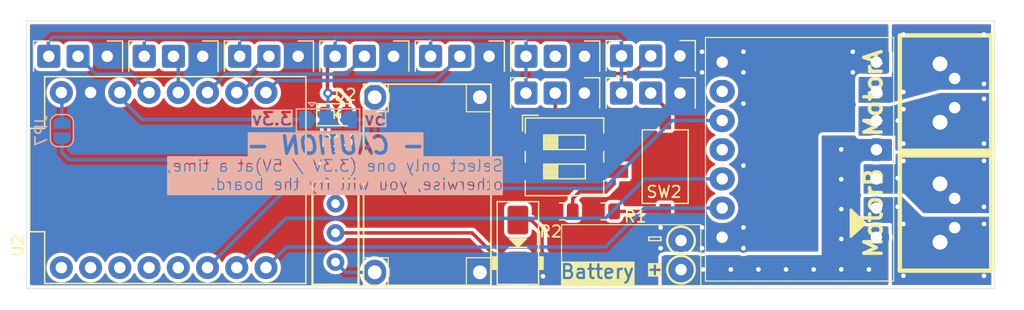
<source format=kicad_pcb>
(kicad_pcb (version 20240108) (generator "pcbnew") (generator_version "8.0")
  (layers (0 "F.Cu" signal) (31 "B.Cu" signal) (34 "B.Paste" user) (35 "F.Paste" user) (36 "B.SilkS" user "B.Silkscreen") (37 "F.SilkS" user "F.Silkscreen") (38 "B.Mask" user) (39 "F.Mask" user) (44 "Edge.Cuts" user))
  (net 0 "")
  (net 1 "/VM")
  (net 2 "GND")
  (net 3 "+5V")
  (net 4 "/OUT_A1")
  (net 5 "/OUT_A2")
  (net 6 "/OUT_B1")
  (net 7 "/OUT_B2")
  (net 8 "/Pin0")
  (net 9 "/Pin2")
  (net 10 "/Pin3")
  (net 11 "/Pin4")
  (net 12 "/Pin5")
  (net 13 "/IN_B2")
  (net 14 "/IN_A1")
  (net 15 "/IN_B1")
  (net 16 "/IN_A2")
  (net 17 "/Pin8")
  (net 18 "/Pin7")
  (net 19 "/Pin6")
  (net 20 "Net-(U3-IN)")
  (net 21 "Net-(D1-K)")
  (net 22 "Net-(JP7-A)")
  (net 23 "Net-(D2-K)")
  (net 24 "/Vcc")
  (net 25 "+3.3V")
  (net 26 "Net-(R1-Pad1)")
  (net 27 "Net-(R2-Pad2)")
  (net 28 "/Pin1")
  (footprint "MixLib:Bornera_2_duo" (layer "F.Cu") (at 187.68 96.54 -90)
    (property "Reference" "J4" (hide yes))
    (property "Value" "MotorB" (at 0 5.8 -90) (layer "F.SilkS") (effects (font (size 1.5 1.5) (thickness 0.3))))
    (fp_line (start -4.9835 3.4925) (end 5.0165 3.4925) (stroke (width 0.381)) (layer "F.SilkS"))
    (fp_line (start 5.0165 3.4925) (end 5.0165 -4.445) (stroke (width 0.381)) (layer "F.SilkS"))
    (fp_line (start -5.0165 -4.445) (end -5.0165 3.4925) (stroke (width 0.381)) (layer "F.SilkS"))
    (fp_line (start 5.0165 -4.445) (end -4.9835 -4.445) (stroke (width 0.381)) (layer "F.SilkS"))
    (pad "1" thru_hole circle (at -2.54 0 270) (size 3 3) (drill 1.3) (layers "*.Cu" "*.Mask") (net 5 "/OUT_A2"))
    (pad "1" thru_hole circle (at -1.27 -1.27 270) (size 1.75 1.75) (drill 1) (layers "*.Cu" "*.Mask") (net 5 "/OUT_A2"))
    (pad "2" thru_hole circle (at 1.27 -1.27 270) (size 1.75 1.75) (drill 1) (layers "*.Cu" "*.Mask") (net 4 "/OUT_A1"))
    (pad "2" thru_hole circle (at 2.54 0 270) (size 3 3) (drill 1.3) (layers "*.Cu" "*.Mask") (net 4 "/OUT_A1"))
  )
  (footprint "MixLib:PinHeader_1x03_P2.54-THT" (layer "F.Cu") (at 162.54 83.5625 180)
    (property "Reference" "J12" (hide yes))
    (property "Value" "Sensor1" (hide yes))
    (fp_line (start 3.87 2.03) (end 2.54 2.03) (stroke (width 0.12)) (layer "F.SilkS"))
    (fp_line (start 3.87 -0.6) (end 3.87 2.03) (stroke (width 0.12)) (layer "F.SilkS"))
    (fp_line (start -2.54 2.03) (end -3.87 2.03) (stroke (width 0.12)) (layer "F.SilkS"))
    (fp_line (start -3.87 2.03) (end -3.87 -0.6) (stroke (width 0.12)) (layer "F.SilkS"))
    (pad "1" thru_hole roundrect (at -2.54 0.7 180) (size 2 2) (drill 1) (layers "*.Cu" "*.Mask") (roundrect_rratio 0.125) (net 2 "GND"))
    (pad "2" thru_hole roundrect (at 0 0.7 180) (size 2 2) (drill 1) (layers "*.Cu" "*.Mask") (roundrect_rratio 0.125) (net 17 "/Pin8"))
    (pad "3" thru_hole roundrect (at 2.54 0.7 180) (size 2 2) (drill 1) (layers "*.Cu" "*.Mask") (roundrect_rratio 0.125) (net 24 "/Vcc"))
  )
  (footprint "MixLib:PinHeader_1x03_P2.54-THT" (layer "F.Cu") (at 137.659999 83.6 180)
    (property "Reference" "J6" (hide yes))
    (property "Value" "Sensor1" (hide yes))
    (fp_line (start 3.87 2.03) (end 2.54 2.03) (stroke (width 0.12)) (layer "F.SilkS"))
    (fp_line (start 3.87 -0.6) (end 3.87 2.03) (stroke (width 0.12)) (layer "F.SilkS"))
    (fp_line (start -2.54 2.03) (end -3.87 2.03) (stroke (width 0.12)) (layer "F.SilkS"))
    (fp_line (start -3.87 2.03) (end -3.87 -0.6) (stroke (width 0.12)) (layer "F.SilkS"))
    (pad "1" thru_hole roundrect (at -2.54 0.7 180) (size 2 2) (drill 1) (layers "*.Cu" "*.Mask") (roundrect_rratio 0.125) (net 2 "GND"))
    (pad "2" thru_hole roundrect (at 0 0.7 180) (size 2 2) (drill 1) (layers "*.Cu" "*.Mask") (roundrect_rratio 0.125) (net 28 "/Pin1"))
    (pad "3" thru_hole roundrect (at 2.54 0.7 180) (size 2 2) (drill 1) (layers "*.Cu" "*.Mask") (roundrect_rratio 0.125) (net 24 "/Vcc"))
  )
  (footprint "Button_Switch_SMD:SW_Tactile_SPST_NO_Straight_CK_PTS636Sx25SMTRLFS" (layer "F.Cu") (at 163.8 92.5 -90)
    (property "Reference" "SW2" (at 2.2 0.1 0) (layer "F.SilkS"))
    (property "Value" "SW_Push")
    (fp_line (start -3.2 2) (end 3.2 2) (stroke (width 0.12)) (layer "F.SilkS"))
    (fp_line (start 3.2 2) (end 3.2 0.8) (stroke (width 0.12)) (layer "F.SilkS"))
    (fp_line (start -3.2 0.8) (end -3.2 2) (stroke (width 0.12)) (layer "F.SilkS"))
    (fp_line (start 3.2 -0.8) (end 3.2 -2) (stroke (width 0.12)) (layer "F.SilkS"))
    (fp_line (start -3.2 -2) (end -3.2 -0.8) (stroke (width 0.12)) (layer "F.SilkS"))
    (fp_line (start 3.2 -2) (end -3.2 -2) (stroke (width 0.12)) (layer "F.SilkS"))
    (pad "1" smd rect (at -3.875 0 270) (size 1.25 1) (layers "F.Cu" "F.Paste" "F.Mask") (net 18 "/Pin7"))
    (pad "2" smd rect (at 3.875 0 270) (size 1.25 1) (layers "F.Cu" "F.Paste" "F.Mask") (net 26 "Net-(R1-Pad1)"))
  )
  (footprint "MixLib:PinHeader_1x03_P2.54-THT" (layer "F.Cu") (at 162.54 86.8 180)
    (property "Reference" "J11" (hide yes))
    (property "Value" "Sensor1" (hide yes))
    (fp_line (start 3.87 2.03) (end 2.54 2.03) (stroke (width 0.12)) (layer "F.SilkS"))
    (fp_line (start 3.87 -0.6) (end 3.87 2.03) (stroke (width 0.12)) (layer "F.SilkS"))
    (fp_line (start -2.54 2.03) (end -3.87 2.03) (stroke (width 0.12)) (layer "F.SilkS"))
    (fp_line (start -3.87 2.03) (end -3.87 -0.6) (stroke (width 0.12)) (layer "F.SilkS"))
    (pad "1" thru_hole roundrect (at -2.54 0.7 180) (size 2 2) (drill 1) (layers "*.Cu" "*.Mask") (roundrect_rratio 0.125) (net 2 "GND"))
    (pad "2" thru_hole roundrect (at 0 0.7 180) (size 2 2) (drill 1) (layers "*.Cu" "*.Mask") (roundrect_rratio 0.125) (net 18 "/Pin7"))
    (pad "3" thru_hole roundrect (at 2.54 0.7 180) (size 2 2) (drill 1) (layers "*.Cu" "*.Mask") (roundrect_rratio 0.125) (net 24 "/Vcc"))
  )
  (footprint "MixLib:PinHeader_1x03_P2.54-THT" (layer "F.Cu") (at 154.24 86.8 180)
    (property "Reference" "J3" (hide yes))
    (property "Value" "Sensor1" (hide yes))
    (fp_line (start 3.87 2.03) (end 2.54 2.03) (stroke (width 0.12)) (layer "F.SilkS"))
    (fp_line (start 3.87 -0.6) (end 3.87 2.03) (stroke (width 0.12)) (layer "F.SilkS"))
    (fp_line (start -2.54 2.03) (end -3.87 2.03) (stroke (width 0.12)) (layer "F.SilkS"))
    (fp_line (start -3.87 2.03) (end -3.87 -0.6) (stroke (width 0.12)) (layer "F.SilkS"))
    (pad "1" thru_hole roundrect (at -2.54 0.7 180) (size 2 2) (drill 1) (layers "*.Cu" "*.Mask") (roundrect_rratio 0.125) (net 2 "GND"))
    (pad "2" thru_hole roundrect (at 0 0.7 180) (size 2 2) (drill 1) (layers "*.Cu" "*.Mask") (roundrect_rratio 0.125) (net 19 "/Pin6"))
    (pad "3" thru_hole roundrect (at 2.54 0.7 180) (size 2 2) (drill 1) (layers "*.Cu" "*.Mask") (roundrect_rratio 0.125) (net 24 "/Vcc"))
  )
  (footprint "PCM_Diode_SMD_Handsoldering_AKL:D_SMA" (layer "F.Cu") (at 151 99.15 90)
    (property "Reference" "D1" (hide yes))
    (property "Value" "M7" (hide yes))
    (fp_line (start 3.6 -1.8) (end -3.6 -1.8) (stroke (width 0.12)) (layer "F.SilkS"))
    (fp_line (start -3.6 -1.8) (end -3.6 1.8) (stroke (width 0.12)) (layer "F.SilkS"))
    (fp_line (start -0.381 -0.762) (end -0.381 0.762) (stroke (width 0.12)) (layer "F.SilkS"))
    (fp_line (start 3.6 1.8) (end 3.6 -1.8) (stroke (width 0.12)) (layer "F.SilkS"))
    (fp_line (start -3.6 1.8) (end 3.6 1.8) (stroke (width 0.12)) (layer "F.SilkS"))
    (fp_poly (pts (xy 0.381 0.762) (xy -0.381 0) (xy 0.381 -0.762)) (stroke (width 0.1)) (fill solid) (layer "F.SilkS"))
    (fp_poly (pts (xy -1.2 -1.8) (xy -2.3 -1.8) (xy -2.3 -2.2) (xy -1.2 -2.2)) (stroke (width 0.1)) (fill solid) (layer "F.SilkS"))
    (fp_poly (pts (xy -1.2 2.2) (xy -2.3 2.2) (xy -2.3 1.8) (xy -1.2 1.8)) (stroke (width 0.1)) (fill solid) (layer "F.SilkS"))
    (pad "1" smd roundrect (at -2 0 90) (size 2.5 1.8) (layers "F.Cu" "F.Paste" "F.Mask") (roundrect_rratio 0.1388888889) (net 21 "Net-(D1-K)"))
    (pad "2" smd roundrect (at 2 0 90) (size 2.5 1.8) (layers "F.Cu" "F.Paste" "F.Mask") (roundrect_rratio 0.1388888889) (net 1 "/VM"))
  )
  (footprint "MixLib:MyPinHeader-01x02-vertical" (layer "F.Cu") (at 160.395 100.185 -90)
    (property "Reference" "J1" (hide yes))
    (property "Value" "TB_1X2" (hide yes))
    (fp_rect (start -2.63 -6.5) (end 2.67 5.6) (stroke (width 0.1)) (fill none) (layer "F.SilkS"))
    (fp_circle (center -1.26 -4.78) (end -0.06 -4.78) (stroke (width 0.2)) (fill none) (layer "F.SilkS"))
    (fp_circle (center 1.29 -4.78) (end 2.49 -4.78) (stroke (width 0.2)) (fill none) (layer "F.SilkS"))
    (pad "1" thru_hole circle (at -1.255 -4.78 270) (size 2 2) (drill 1) (layers "*.Cu" "*.Mask") (net 2 "GND"))
    (pad "2" thru_hole circle (at 1.285 -4.78 270) (size 2 2) (drill 1) (layers "*.Cu" "*.Mask") (net 1 "/VM"))
  )
  (footprint "MixLib:Mini360_step-down" (layer "F.Cu") (at 143.13 94.08 90)
    (property "Reference" "U3" (hide yes))
    (property "Value" "Mini360" (hide yes))
    (fp_line (start -8.75 -5.54) (end 8.75 -5.54) (stroke (width 0.15)) (layer "F.SilkS"))
    (fp_line (start -8.75 -5.54) (end -8.75 5.53) (stroke (width 0.15)) (layer "F.SilkS"))
    (fp_line (start 8.75 5.53) (end 8.75 -5.54) (stroke (width 0.15)) (layer "F.SilkS"))
    (fp_line (start 8.75 5.53) (end -8.75 5.53) (stroke (width 0.15)) (layer "F.SilkS"))
    (fp_rect (start 6.35 -5.54) (end 8.75 -3.4) (stroke (width 0.1)) (fill none) (layer "F.SilkS"))
    (fp_rect (start -8.75 -5.54) (end -6.35 -3.4) (stroke (width 0.1)) (fill none) (layer "F.SilkS"))
    (fp_rect (start 6.35 3.39) (end 8.75 5.53) (stroke (width 0.1)) (fill none) (layer "F.SilkS"))
    (fp_rect (start -8.75 3.39) (end -6.35 5.53) (stroke (width 0.1)) (fill none) (layer "F.SilkS"))
    (pad "1" thru_hole oval (at -7.62 -4.57 90) (size 2.2 2) (drill 1.2) (layers "*.Cu" "*.Mask") (net 20 "Net-(U3-IN)"))
    (pad "2" thru_hole oval (at -7.62 4.57 90) (size 2.2 2) (drill 1.2) (layers "*.Cu" "*.Mask") (net 2 "GND"))
    (pad "2" thru_hole oval (at 7.62 4.57 90) (size 2.2 2) (drill 1.2) (layers "*.Cu" "*.Mask") (net 2 "GND"))
    (pad "3" thru_hole oval (at 7.62 -4.57 90) (size 2.2 2) (drill 1.2) (layers "*.Cu" "*.Mask") (net 3 "+5V"))
  )
  (footprint "Resistor_SMD:R_0805_2012Metric" (layer "F.Cu") (at 154.85 96.4)
    (property "Reference" "R2" (at -1 1.75 0) (layer "F.SilkS"))
    (property "Value" "100")
    (fp_line (start -0.227064 -0.735) (end 0.227064 -0.735) (stroke (width 0.12)) (layer "F.SilkS"))
    (fp_line (start -0.227064 0.735) (end 0.227064 0.735) (stroke (width 0.12)) (layer "F.SilkS"))
    (pad "1" smd roundrect (at -0.9125 0) (size 1.025 1.4) (layers "F.Cu" "F.Paste" "F.Mask") (roundrect_rratio 0.243902) (net 2 "GND"))
    (pad "2" smd roundrect (at 0.9125 0) (size 1.025 1.4) (layers "F.Cu" "F.Paste" "F.Mask") (roundrect_rratio 0.243902) (net 27 "Net-(R2-Pad2)"))
  )
  (footprint "MixLib:PinHeader_1x03_P2.54-THT" (layer "F.Cu") (at 154.246665 83.6 180)
    (property "Reference" "J2" (hide yes))
    (property "Value" "Sensor1" (hide yes))
    (fp_line (start 3.87 2.03) (end 2.54 2.03) (stroke (width 0.12)) (layer "F.SilkS"))
    (fp_line (start 3.87 -0.6) (end 3.87 2.03) (stroke (width 0.12)) (layer "F.SilkS"))
    (fp_line (start -2.54 2.03) (end -3.87 2.03) (stroke (width 0.12)) (layer "F.SilkS"))
    (fp_line (start -3.87 2.03) (end -3.87 -0.6) (stroke (width 0.12)) (layer "F.SilkS"))
    (pad "1" thru_hole roundrect (at -2.54 0.7 180) (size 2 2) (drill 1) (layers "*.Cu" "*.Mask") (roundrect_rratio 0.125) (net 2 "GND"))
    (pad "2" thru_hole roundrect (at 0 0.7 180) (size 2 2) (drill 1) (layers "*.Cu" "*.Mask") (roundrect_rratio 0.125) (net 12 "/Pin5"))
    (pad "3" thru_hole roundrect (at 2.54 0.7 180) (size 2 2) (drill 1) (layers "*.Cu" "*.Mask") (roundrect_rratio 0.125) (net 24 "/Vcc"))
  )
  (footprint "MixLib:PinHeader_1x03_P2.54-THT" (layer "F.Cu") (at 129.366666 83.6 180)
    (property "Reference" "J7" (hide yes))
    (property "Value" "Sensor1" (hide yes))
    (fp_line (start 3.87 2.03) (end 2.54 2.03) (stroke (width 0.12)) (layer "F.SilkS"))
    (fp_line (start 3.87 -0.6) (end 3.87 2.03) (stroke (width 0.12)) (layer "F.SilkS"))
    (fp_line (start -2.54 2.03) (end -3.87 2.03) (stroke (width 0.12)) (layer "F.SilkS"))
    (fp_line (start -3.87 2.03) (end -3.87 -0.6) (stroke (width 0.12)) (layer "F.SilkS"))
    (pad "1" thru_hole roundrect (at -2.54 0.7 180) (size 2 2) (drill 1) (layers "*.Cu" "*.Mask") (roundrect_rratio 0.125) (net 2 "GND"))
    (pad "2" thru_hole roundrect (at 0 0.7 180) (size 2 2) (drill 1) (layers "*.Cu" "*.Mask") (roundrect_rratio 0.125) (net 9 "/Pin2"))
    (pad "3" thru_hole roundrect (at 2.54 0.7 180) (size 2 2) (drill 1) (layers "*.Cu" "*.Mask") (roundrect_rratio 0.125) (net 24 "/Vcc"))
  )
  (footprint "MixLib:Dual-Driver-Module" (layer "F.Cu") (at 175.35 91.76)
    (property "Reference" "U1" (hide yes))
    (property "Value" "Driver Module" (hide yes))
    (fp_rect (start -8.05 -10.5) (end 8.3 10.7) (stroke (width 0.1)) (fill none) (layer "F.SilkS"))
    (fp_poly (pts (xy 4.575 4.475) (xy 4.575 6.85) (xy 5.85 5.675)) (stroke (width 0.2)) (fill solid) (layer "F.SilkS"))
    (pad "1" thru_hole roundrect (at -6.6 -8.35) (size 2.2 2) (drill 1) (layers "*.Cu" "*.Mask") (roundrect_rratio 0.125) (net 2 "GND"))
    (pad "1" thru_hole oval (at -6.6 6.89) (size 2.2 2) (drill 1) (layers "*.Cu" "*.Mask") (net 2 "GND"))
    (pad "1" thru_hole roundrect (at 6.8 -8.35) (size 2.2 2) (drill 1) (layers "*.Cu" "*.Mask") (roundrect_rratio 0.125) (net 2 "GND"))
    (pad "2" thru_hole oval (at -6.6 -5.81) (size 2.2 2) (drill 1) (layers "*.Cu" "*.Mask") (net 13 "/IN_B2"))
    (pad "3" thru_hole oval (at -6.6 -3.27) (size 2.2 2) (drill 1) (layers "*.Cu" "*.Mask") (net 15 "/IN_B1"))
    (pad "4" thru_hole oval (at -6.6 -0.73) (size 2.2 2) (drill 1) (layers "*.Cu" "*.Mask") (net 25 "+3.3V"))
    (pad "5" thru_hole oval (at -6.6 1.81) (size 2.2 2) (drill 1) (layers "*.Cu" "*.Mask") (net 16 "/IN_A2"))
    (pad "6" thru_hole oval (at -6.6 4.35) (size 2.2 2) (drill 1) (layers "*.Cu" "*.Mask") (net 14 "/IN_A1"))
    (pad "7" thru_hole oval (at 6.8 -5.81) (size 2.2 2) (drill 1) (layers "*.Cu" "*.Mask") (net 7 "/OUT_B2"))
    (pad "8" thru_hole oval (at 6.8 -3.27) (size 2.2 2) (drill 1) (layers "*.Cu" "*.Mask") (net 6 "/OUT_B1"))
    (pad "9" thru_hole oval (at 6.8 -0.73) (size 2.2 2) (drill 1) (layers "*.Cu" "*.Mask") (net 1 "/VM"))
    (pad "9" thru_hole oval (at 6.8 6.89) (size 2.2 2) (drill 1) (layers "*.Cu" "*.Mask") (net 1 "/VM"))
    (pad "10" thru_hole oval (at 6.8 1.81) (size 2.2 2) (drill 1) (layers "*.Cu" "*.Mask") (net 5 "/OUT_A2"))
    (pad "11" thru_hole oval (at 6.8 4.35) (size 2.2 2) (drill 1) (layers "*.Cu" "*.Mask") (net 4 "/OUT_A1"))
  )
  (footprint "Resistor_SMD:R_0805_2012Metric" (layer "F.Cu") (at 158.45 96.4 180)
    (property "Reference" "R1" (at -2.75 -0.45 360) (layer "F.SilkS"))
    (property "Value" "100")
    (fp_line (start -0.227064 0.735) (end 0.227064 0.735) (stroke (width 0.12)) (layer "F.SilkS"))
    (fp_line (start -0.227064 -0.735) (end 0.227064 -0.735) (stroke (width 0.12)) (layer "F.SilkS"))
    (pad "1" smd roundrect (at -0.9125 0 180) (size 1.025 1.4) (layers "F.Cu" "F.Paste" "F.Mask") (roundrect_rratio 0.243902) (net 26 "Net-(R1-Pad1)"))
    (pad "2" smd roundrect (at 0.9125 0 180) (size 1.025 1.4) (layers "F.Cu" "F.Paste" "F.Mask") (roundrect_rratio 0.243902) (net 2 "GND"))
  )
  (footprint "Resistor_SMD:R_0805_2012Metric" (layer "F.Cu") (at 135.3 91.9)
    (property "Reference" "R13" (at 0 -1.65 0) (layer "F.SilkS"))
    (property "Value" "2,7k")
    (fp_line (start -0.227064 -0.735) (end 0.227064 -0.735) (stroke (width 0.12)) (layer "F.SilkS"))
    (fp_line (start -0.227064 0.735) (end 0.227064 0.735) (stroke (width 0.12)) (layer "F.SilkS"))
    (pad "1" smd roundrect (at -0.9125 0) (size 1.025 1.4) (layers "F.Cu" "F.Paste" "F.Mask") (roundrect_rratio 0.243902) (net 23 "Net-(D2-K)"))
    (pad "2" smd roundrect (at 0.9125 0) (size 1.025 1.4) (layers "F.Cu" "F.Paste" "F.Mask") (roundrect_rratio 0.243902) (net 2 "GND"))
  )
  (footprint "MixLib:PinHeader_1x03_P2.54-THT" (layer "F.Cu") (at 121.073333 83.6 180)
    (property "Reference" "J8" (hide yes))
    (property "Value" "Sensor1" (hide yes))
    (fp_line (start 3.87 2.03) (end 2.54 2.03) (stroke (width 0.12)) (layer "F.SilkS"))
    (fp_line (start 3.87 -0.6) (end 3.87 2.03) (stroke (width 0.12)) (layer "F.SilkS"))
    (fp_line (start -2.54 2.03) (end -3.87 2.03) (stroke (width 0.12)) (layer "F.SilkS"))
    (fp_line (start -3.87 2.03) (end -3.87 -0.6) (stroke (width 0.12)) (layer "F.SilkS"))
    (pad "1" thru_hole roundrect (at -2.54 0.7 180) (size 2 2) (drill 1) (layers "*.Cu" "*.Mask") (roundrect_rratio 0.125) (net 2 "GND"))
    (pad "2" thru_hole roundrect (at 0 0.7 180) (size 2 2) (drill 1) (layers "*.Cu" "*.Mask") (roundrect_rratio 0.125) (net 10 "/Pin3"))
    (pad "3" thru_hole roundrect (at 2.54 0.7 180) (size 2 2) (drill 1) (layers "*.Cu" "*.Mask") (roundrect_rratio 0.125) (net 24 "/Vcc"))
  )
  (footprint "MixLib:LED_0805_2012Metric" (layer "F.Cu") (at 135.04938 88.00594)
    (property "Reference" "D2" (at 0.95062 -1.75594 0) (layer "F.SilkS"))
    (property "Value" "LED")
    (fp_line (start -1.535 -0.98) (end -1.535 0.94) (stroke (width 0.12)) (layer "F.SilkS"))
    (fp_line (start -1.535 0.94) (end 1.15 0.94) (stroke (width 0.12)) (layer "F.SilkS"))
    (fp_line (start -0.01094 0.28972) (end -0.01094 -0.30972) (stroke (width 0.127)) (layer "F.SilkS"))
    (fp_line (start 0.08652 -0.01) (end 0.38624 0.28972) (stroke (width 0.127)) (layer "F.SilkS"))
    (fp_line (start 0.18812 -0.10906) (end 0.18812 0.08906) (stroke (width 0.127)) (layer "F.SilkS"))
    (fp_line (start 0.28718 0.19066) (end 0.28718 -0.21066) (stroke (width 0.127)) (layer "F.SilkS"))
    (fp_line (start 0.38624 -0.30972) (end 0.08652 -0.01) (stroke (width 0.127)) (layer "F.SilkS"))
    (fp_line (start 0.38624 0.28972) (end 0.38624 -0.30972) (stroke (width 0.127)) (layer "F.SilkS"))
    (fp_line (start 1.15 -0.98) (end -1.535 -0.98) (stroke (width 0.12)) (layer "F.SilkS"))
    (pad "1" smd roundrect (at -0.7875 -0.02) (size 0.975 1.4) (layers "F.Cu" "F.Paste" "F.Mask") (net 23 "Net-(D2-K)"))
    (pad "2" smd roundrect (at 1.0875 -0.02) (size 0.975 1.4) (layers "F.Cu" "F.Paste" "F.Mask") (net 24 "/Vcc"))
  )
  (footprint "MixLib:PinHeader_1x03_P2.54-THT" (layer "F.Cu") (at 112.78 83.6 180)
    (property "Reference" "J9" (hide yes))
    (property "Value" "Sensor1" (hide yes))
    (fp_line (start 3.87 2.03) (end 2.54 2.03) (stroke (width 0.12)) (layer "F.SilkS"))
    (fp_line (start 3.87 -0.6) (end 3.87 2.03) (stroke (width 0.12)) (layer "F.SilkS"))
    (fp_line (start -2.54 2.03) (end -3.87 2.03) (stroke (width 0.12)) (layer "F.SilkS"))
    (fp_line (start -3.87 2.03) (end -3.87 -0.6) (stroke (width 0.12)) (layer "F.SilkS"))
    (pad "1" thru_hole roundrect (at -2.54 0.7 180) (size 2 2) (drill 1) (layers "*.Cu" "*.Mask") (roundrect_rratio 0.125) (net 2 "GND"))
    (pad "2" thru_hole roundrect (at 0 0.7 180) (size 2 2) (drill 1) (layers "*.Cu" "*.Mask") (roundrect_rratio 0.125) (net 11 "/Pin4"))
    (pad "3" thru_hole roundrect (at 2.54 0.7 180) (size 2 2) (drill 1) (layers "*.Cu" "*.Mask") (roundrect_rratio 0.125) (net 24 "/Vcc"))
  )
  (footprint "MixLib:Bornera_2_duo" (layer "F.Cu") (at 187.68 86.1 -90)
    (property "Reference" "J5" (hide yes))
    (property "Value" "MotorA" (at 0 5.8 -90) (layer "F.SilkS") (effects (font (size 1.5 1.5) (thickness 0.3))))
    (fp_line (start -4.9835 3.4925) (end 5.0165 3.4925) (stroke (width 0.381)) (layer "F.SilkS"))
    (fp_line (start 5.0165 3.4925) (end 5.0165 -4.445) (stroke (width 0.381)) (layer "F.SilkS"))
    (fp_line (start -5.0165 -4.445) (end -5.0165 3.4925) (stroke (width 0.381)) (layer "F.SilkS"))
    (fp_line (start 5.0165 -4.445) (end -4.9835 -4.445) (stroke (width 0.381)) (layer "F.SilkS"))
    (pad "1" thru_hole circle (at -2.54 0 270) (size 3 3) (drill 1.3) (layers "*.Cu" "*.Mask") (net 7 "/OUT_B2"))
    (pad "1" thru_hole circle (at -1.27 -1.27 270) (size 1.75 1.75) (drill 1) (layers "*.Cu" "*.Mask") (net 7 "/OUT_B2"))
    (pad "2" thru_hole circle (at 1.27 -1.27 270) (size 1.75 1.75) (drill 1) (layers "*.Cu" "*.Mask") (net 6 "/OUT_B1"))
    (pad "2" thru_hole circle (at 2.54 0 270) (size 3 3) (drill 1.3) (layers "*.Cu" "*.Mask") (net 6 "/OUT_B1"))
  )
  (footprint "MixLib:MODULE_ESP32-C3_SUPERMINI" (layer "F.Cu") (at 121.23 93.67 90)
    (property "Reference" "U2" (at -5.715 -13.6525 90) (layer "F.SilkS"))
    (property "Value" "ESP32-C3_SUPERMINI" (hide yes))
    (fp_line (start 4.5 -12.65) (end -4.5 -12.65) (stroke (width 0.127)) (layer "F.SilkS"))
    (fp_line (start 4.5 -12.65) (end 4.5 -11.35) (stroke (width 0.127)) (layer "F.SilkS"))
    (fp_line (start -4.5 -12.65) (end -4.5 -11.35) (stroke (width 0.127)) (layer "F.SilkS"))
    (fp_line (start 9 -11.35) (end 4.5 -11.35) (stroke (width 0.127)) (layer "F.SilkS"))
    (fp_line (start -4.5 -11.35) (end -9 -11.35) (stroke (width 0.127)) (layer "F.SilkS"))
    (fp_line (start 9 11.35) (end 9 -11.35) (stroke (width 0.127)) (layer "F.SilkS"))
    (fp_line (start 9 11.35) (end -9 11.35) (stroke (width 0.127)) (layer "F.SilkS"))
    (fp_line (start -9 11.35) (end -9 -11.35) (stroke (width 0.127)) (layer "F.SilkS"))
    (pad "0" thru_hole circle (at 7.62 7.88 90) (size 2 2) (drill 1) (layers "*.Cu" "*.Mask") (net 8 "/Pin0"))
    (pad "1" thru_hole circle (at 7.62 5.34 90) (size 2 2) (drill 1) (layers "*.Cu" "*.Mask") (net 28 "/Pin1"))
    (pad "2" thru_hole circle (at 7.62 2.8 90) (size 2 2) (drill 1) (layers "*.Cu" "*.Mask") (net 9 "/Pin2"))
    (pad "3" thru_hole circle (at 7.62 0.26 90) (size 2 2) (drill 1) (layers "*.Cu" "*.Mask") (net 10 "/Pin3"))
    (pad "3.3" thru_hole circle (at 7.62 -4.82 90) (size 2 2) (drill 1) (layers "*.Cu" "*.Mask") (net 25 "+3.3V"))
    (pad "4" thru_hole circle (at 7.62 -2.28 90) (size 2 2) (drill 1) (layers "*.Cu" "*.Mask") (net 11 "/Pin4"))
    (pad "5" thru_hole circle (at -7.62 -9.9 90) (size 2 2) (drill 1) (layers "*.Cu" "*.Mask") (net 12 "/Pin5"))
    (pad "5V" thru_hole circle (at 7.62 -9.9 90) (size 2 2) (drill 1) (layers "*.Cu" "*.Mask") (net 22 "Net-(JP7-A)"))
    (pad "6" thru_hole circle (at -7.62 -7.36 90) (size 2 2) (drill 1) (layers "*.Cu" "*.Mask") (net 19 "/Pin6"))
    (pad "7" thru_hole circle (at -7.62 -4.82 90) (size 2 2) (drill 1) (layers "*.Cu" "*.Mask") (net 18 "/Pin7"))
    (pad "8" thru_hole circle (at -7.62 -2.28 90) (size 2 2) (drill 1) (layers "*.Cu" "*.Mask") (net 17 "/Pin8"))
    (pad "9" thru_hole circle (at -7.62 0.26 90) (size 2 2) (drill 1) (layers "*.Cu" "*.Mask") (net 13 "/IN_B2"))
    (pad "10" thru_hole circle (at -7.62 2.8 90) (size 2 2) (drill 1) (layers "*.Cu" "*.Mask") (net 15 "/IN_B1"))
    (pad "20" thru_hole circle (at -7.62 5.34 90) (size 2 2) (drill 1) (layers "*.Cu" "*.Mask") (net 16 "/IN_A2"))
    (pad "21" thru_hole circle (at -7.62 7.88 90) (size 2 2) (drill 1) (layers "*.Cu" "*.Mask") (net 14 "/IN_A1"))
    (pad "G" thru_hole circle (at 7.62 -7.36 90) (size 2 2) (drill 1) (layers "*.Cu" "*.Mask") (net 2 "GND"))
  )
  (footprint "MixLib:PinHeader_1x03_P2.54-THT" (layer "F.Cu") (at 145.953332 83.6 180)
    (property "Reference" "J10" (hide yes))
    (property "Value" "Sensor1" (hide yes))
    (fp_line (start 3.87 2.03) (end 2.54 2.03) (stroke (width 0.12)) (layer "F.SilkS"))
    (fp_line (start 3.87 -0.6) (end 3.87 2.03) (stroke (width 0.12)) (layer "F.SilkS"))
    (fp_line (start -2.54 2.03) (end -3.87 2.03) (stroke (width 0.12)) (layer "F.SilkS"))
    (fp_line (start -3.87 2.03) (end -3.87 -0.6) (stroke (width 0.12)) (layer "F.SilkS"))
    (pad "1" thru_hole roundrect (at -2.54 0.7 180) (size 2 2) (drill 1) (layers "*.Cu" "*.Mask") (roundrect_rratio 0.125) (net 2 "GND"))
    (pad "2" thru_hole roundrect (at 0 0.7 180) (size 2 2) (drill 1) (layers "*.Cu" "*.Mask") (roundrect_rratio 0.125) (net 8 "/Pin0"))
    (pad "3" thru_hole roundrect (at 2.54 0.7 180) (size 2 2) (drill 1) (layers "*.Cu" "*.Mask") (roundrect_rratio 0.125) (net 24 "/Vcc"))
  )
  (footprint "Button_Switch_SMD:SW_DIP_SPSTx02_Slide_6.7x6.64mm_W8.61mm_P2.54mm_LowProfile" (layer "F.Cu") (at 155.05 91.65)
    (property "Reference" "SW3" (hide yes))
    (property "Value" "SW_DIP_x02")
    (fp_line (start -3.65 -3.62) (end -3.65 -2.237) (stroke (width 0.12)) (layer "F.SilkS"))
    (fp_line (start -3.65 -3.62) (end -2.267 -3.62) (stroke (width 0.12)) (layer "F.SilkS"))
    (fp_line (start -3.41 -3.38) (end -3.41 -2.07) (stroke (width 0.12)) (layer "F.SilkS"))
    (fp_line (start -3.41 -3.38) (end 3.41 -3.38) (stroke (width 0.12)) (layer "F.SilkS"))
    (fp_line (start -3.41 -0.47) (end -3.41 0.47) (stroke (width 0.12)) (layer "F.SilkS"))
    (fp_line (start -3.41 2.07) (end -3.41 3.38) (stroke (width 0.12)) (layer "F.SilkS"))
    (fp_line (start -3.41 3.38) (end 3.41 3.38) (stroke (width 0.12)) (layer "F.SilkS"))
    (fp_line (start -1.81 -1.905) (end -1.81 -0.635) (stroke (width 0.12)) (layer "F.SilkS"))
    (fp_line (start -1.81 -1.785) (end -0.603333 -1.785) (stroke (width 0.12)) (layer "F.SilkS"))
    (fp_line (start -1.81 -1.665) (end -0.603333 -1.665) (stroke (width 0.12)) (layer "F.SilkS"))
    (fp_line (start -1.81 -1.545) (end -0.603333 -1.545) (stroke (width 0.12)) (layer "F.SilkS"))
    (fp_line (start -1.81 -1.425) (end -0.603333 -1.425) (stroke (width 0.12)) (layer "F.SilkS"))
    (fp_line (start -1.81 -1.305) (end -0.603333 -1.305) (stroke (width 0.12)) (layer "F.SilkS"))
    (fp_line (start -1.81 -1.185) (end -0.603333 -1.185) (stroke (width 0.12)) (layer "F.SilkS"))
    (fp_line (start -1.81 -1.065) (end -0.603333 -1.065) (stroke (width 0.12)) (layer "F.SilkS"))
    (fp_line (start -1.81 -0.945) (end -0.603333 -0.945) (stroke (width 0.12)) (layer "F.SilkS"))
    (fp_line (start -1.81 -0.825) (end -0.603333 -0.825) (stroke (width 0.12)) (layer "F.SilkS"))
    (fp_line (start -1.81 -0.705) (end -0.603333 -0.705) (stroke (width 0.12)) (layer "F.SilkS"))
    (fp_line (start -1.81 -0.635) (end 1.81 -0.635) (stroke (width 0.12)) (layer "F.SilkS"))
    (fp_line (start -1.81 0.635) (end -1.81 1.905) (stroke (width 0.12)) (layer "F.SilkS"))
    (fp_line (start -1.81 0.755) (end -0.603333 0.755) (stroke (width 0.12)) (layer "F.SilkS"))
    (fp_line (start -1.81 0.875) (end -0.603333 0.875) (stroke (width 0.12)) (layer "F.SilkS"))
    (fp_line (start -1.81 0.995) (end -0.603333 0.995) (stroke (width 0.12)) (layer "F.SilkS"))
    (fp_line (start -1.81 1.115) (end -0.603333 1.115) (stroke (width 0.12)) (layer "F.SilkS"))
    (fp_line (start -1.81 1.235) (end -0.603333 1.235) (stroke (width 0.12)) (layer "F.SilkS"))
    (fp_line (start -1.81 1.355) (end -0.603333 1.355) (stroke (width 0.12)) (layer "F.SilkS"))
    (fp_line (start -1.81 1.475) (end -0.603333 1.475) (stroke (width 0.12)) (layer "F.SilkS"))
    (fp_line (start -1.81 1.595) (end -0.603333 1.595) (stroke (width 0.12)) (layer "F.SilkS"))
    (fp_line (start -1.81 1.715) (end -0.603333 1.715) (stroke (width 0.12)) (layer "F.SilkS"))
    (fp_line (start -1.81 1.835) (end -0.603333 1.835) (stroke (width 0.12)) (layer "F.SilkS"))
    (fp_line (start -1.81 1.905) (end 1.81 1.905) (stroke (width 0.12)) (layer "F.SilkS"))
    (fp_line (start -0.603333 -1.905) (end -0.603333 -0.635) (stroke (width 0.12)) (layer "F.SilkS"))
    (fp_line (start -0.603333 0.635) (end -0.603333 1.905) (stroke (width 0.12)) (layer "F.SilkS"))
    (fp_line (start 1.81 -1.905) (end -1.81 -1.905) (stroke (width 0.12)) (layer "F.SilkS"))
    (fp_line (start 1.81 -0.635) (end 1.81 -1.905) (stroke (width 0.12)) (layer "F.SilkS"))
    (fp_line (start 1.81 0.635) (end -1.81 0.635) (stroke (width 0.12)) (layer "F.SilkS"))
    (fp_line (start 1.81 1.905) (end 1.81 0.635) (stroke (width 0.12)) (layer "F.SilkS"))
    (fp_line (start 3.41 -3.38) (end 3.41 -2.07) (stroke (width 0.12)) (layer "F.SilkS"))
    (fp_line (start 3.41 -0.47) (end 3.41 0.47) (stroke (width 0.12)) (layer "F.SilkS"))
    (fp_line (start 3.41 2.07) (end 3.41 3.38) (stroke (width 0.12)) (layer "F.SilkS"))
    (pad "1" smd rect (at -4.305 -1.27) (size 2.44 1.12) (layers "F.Cu" "F.Paste" "F.Mask") (net 19 "/Pin6"))
    (pad "2" smd rect (at -4.305 1.27) (size 2.44 1.12) (layers "F.Cu" "F.Paste" "F.Mask") (net 17 "/Pin8"))
    (pad "3" smd rect (at 4.305 1.27) (size 2.44 1.12) (layers "F.Cu" "F.Paste" "F.Mask") (net 27 "Net-(R2-Pad2)"))
    (pad "4" smd rect (at 4.305 -1.27) (size 2.44 1.12) (layers "F.Cu" "F.Paste" "F.Mask") (net 27 "Net-(R2-Pad2)"))
  )
  (footprint "MixLib:SW_Slide-03_P2.54_L9_W4_H7" (layer "F.Cu") (at 135.15 98.27 90)
    (property "Reference" "SW1" (hide yes))
    (property "Value" "SW_Push" (hide yes))
    (fp_rect (start -4.5 -2) (end 4.5 2) (stroke (width 0.2)) (fill none) (layer "F.SilkS"))
    (pad "1" thru_hole circle (at -2.54 0 90) (size 1.524 1.524) (drill 0.762) (layers "*.Cu" "*.Mask") (net 20 "Net-(U3-IN)"))
    (pad "2" thru_hole circle (at 0 0 90) (size 1.524 1.524) (drill 0.762) (layers "*.Cu" "*.Mask") (net 21 "Net-(D1-K)"))
    (pad "3" thru_hole circle (at 2.54 0 90) (size 1.524 1.524) (drill 0.762) (layers "*.Cu" "*.Mask"))
  )
  (footprint "Jumper:SolderJumper-2_P1.3mm_Open_RoundedPad1.0x1.5mm" (layer "B.Cu") (at 111.38 89.37 -90)
    (property "Reference" "JP7" (at 0 1.8 90) (layer "B.SilkS") (effects (justify mirror)))
    (property "Value" "Jumper_2_Small_Open")
    (fp_line (start 0.7 1) (end -0.7 1) (stroke (width 0.12)) (layer "B.SilkS"))
    (fp_line (start -1.4 0.3) (end -1.4 -0.3) (stroke (width 0.12)) (layer "B.SilkS"))
    (fp_line (start 1.4 -0.3) (end 1.4 0.3) (stroke (width 0.12)) (layer "B.SilkS"))
    (fp_line (start -0.7 -1) (end 0.7 -1) (stroke (width 0.12)) (layer "B.SilkS"))
    (fp_arc (start -0.7 1) (mid -1.194975 0.794975) (end -1.4 0.3) (stroke (width 0.12)) (layer "B.SilkS"))
    (fp_arc (start 1.4 0.3) (mid 1.194975 0.794975) (end 0.7 1) (stroke (width 0.12)) (layer "B.SilkS"))
    (fp_arc (start -1.4 -0.3) (mid -1.194975 -0.794975) (end -0.7 -1) (stroke (width 0.12)) (layer "B.SilkS"))
    (fp_arc (start 0.7 -1) (mid 1.194975 -0.794975) (end 1.4 -0.3) (stroke (width 0.12)) (layer "B.SilkS"))
    (pad "1" smd custom (at -0.65 0 270) (size 1 0.5) (layers "B.Cu" "B.Mask") (net 22 "Net-(JP7-A)") (options (clearance outline) (anchor rect)) (primitives (gr_circle (center 0 -0.25) (end 0.5 -0.25) (width 0) (fill yes)) (gr_circle (center 0 0.25) (end 0.5 0.25) (width 0) (fill yes)) (gr_poly (pts (xy 0.5 -0.75) (xy 0 -0.75) (xy 0 0.75) (xy 0.5 0.75)) (width 0) (fill yes))))
    (pad "2" smd custom (at 0.65 0 270) (size 1 0.5) (layers "B.Cu" "B.Mask") (net 3 "+5V") (options (clearance outline) (anchor rect)) (primitives (gr_circle (center 0 -0.25) (end 0.5 -0.25) (width 0) (fill yes)) (gr_circle (center 0 0.25) (end 0.5 0.25) (width 0) (fill yes)) (gr_poly (pts (xy 0 -0.75) (xy -0.5 -0.75) (xy -0.5 0.75) (xy 0 0.75)) (width 0) (fill yes))))
  )
  (footprint "Jumper:SolderJumper-3_P2.0mm_Open_TrianglePad1.0x1.5mm" (layer "B.Cu") (at 134.5 88.427)
    (property "Reference" "JP1" (hide yes))
    (property "Value" "Sensors voltage jumper")
    (fp_line (start -2.75 -0.95) (end 2.75 -0.95) (stroke (width 0.12)) (layer "B.SilkS"))
    (fp_line (start -2.75 1) (end -2.75 -0.95) (stroke (width 0.12)) (layer "B.SilkS"))
    (fp_line (start -1.7 -1.5) (end -1.4 -1.2) (stroke (width 0.12)) (layer "B.SilkS"))
    (fp_line (start -1.4 -1.2) (end -1.1 -1.5) (stroke (width 0.12)) (layer "B.SilkS"))
    (fp_line (start -1.1 -1.5) (end -1.7 -1.5) (stroke (width 0.12)) (layer "B.SilkS"))
    (fp_line (start 2.75 -0.95) (end 2.75 1) (stroke (width 0.12)) (layer "B.SilkS"))
    (fp_line (start 2.75 1) (end -2.75 1) (stroke (width 0.12)) (layer "B.SilkS"))
    (pad "1" smd custom (at -2 0) (size 0.3 0.3) (layers "B.Cu" "B.Mask") (net 25 "+3.3V") (options (clearance outline) (anchor rect)) (primitives (gr_poly (pts (xy 1 0) (xy 0.5 -0.75) (xy -0.5 -0.75) (xy -0.5 0.75) (xy 0.5 0.75)) (width 0) (fill yes))))
    (pad "2" smd custom (at 0 0) (size 0.3 0.3) (layers "B.Cu") (net 24 "/Vcc") (options (clearance outline) (anchor rect)) (primitives (gr_poly (pts (xy 0.7 0) (xy 1.2 -0.75) (xy -1.2 -0.75) (xy -0.7 0) (xy -1.2 0.75) (xy 1.2 0.75)) (width 0) (fill yes))))
    (pad "3" smd custom (at 2 0 180) (size 0.3 0.3) (layers "B.Cu" "B.Mask") (net 3 "+5V") (options (clearance outline) (anchor rect)) (primitives (gr_poly (pts (xy 1 0) (xy 0.5 -0.75) (xy -0.5 -0.75) (xy -0.5 0.75) (xy 0.5 0.75)) (width 0) (fill yes))))
  )
  (gr_rect (start 108.305 79.82) (end 192.43 103.12) (stroke (width 0.05)) (fill none) (layer "Edge.Cuts"))
  (gr_text "- CAUTION -" (at 143.1 91.527 -0) (layer "B.SilkS" knockout) (effects (font (size 1.5 1.5) (thickness 0.3) (bold yes) (italic yes)) (justify left bottom mirror)))
  (gr_text "3.3v" (at 131.5 89 -0) (layer "B.SilkS" knockout) (effects (font (size 1.1 1.1) (thickness 0.2) (bold yes)) (justify left bottom mirror)))
  (gr_text "5v\n" (at 139.7 89 -0) (layer "B.SilkS" knockout) (effects (font (size 1.1 1.1) (thickness 0.2) (bold yes)) (justify left bottom mirror)))
  (gr_text "Select only one (3.3V / 5V)at a time,\notherwise, you will fry the board.\n" (at 149.790478 94.627 -0) (layer "B.SilkS" knockout) (effects (font (size 1 1) (thickness 0.1)) (justify left bottom mirror)))
  (gr_text "Battery" (at 154.6 102.35 0) (layer "F.SilkS" knockout) (effects (font (size 1.2 1.2) (thickness 0.2) (bold yes)) (justify left bottom)))
  (gr_text "-" (at 162.15 99.3 0) (layer "F.SilkS" knockout) (effects (font (size 1 1) (thickness 0.2) (bold yes)) (justify left bottom)))
  (gr_text "+" (at 162.15 102 0) (layer "F.SilkS" knockout) (effects (font (size 1 1) (thickness 0.2) (bold yes)) (justify left bottom)))
  (segment (start 153.1 98.1) (end 153.1 99.95) (width 0.3) (layer "F.Cu") (net 1))
  (segment (start 152.15 97.15) (end 153.1 98.1) (width 0.3) (layer "F.Cu") (net 1))
  (segment (start 154.62 101.47) (end 165.175 101.47) (width 0.3) (layer "F.Cu") (net 1))
  (segment (start 153.1 99.95) (end 154.62 101.47) (width 0.3) (layer "F.Cu") (net 1))
  (segment (start 151 97.15) (end 152.15 97.15) (width 0.3) (layer "F.Cu") (net 1))
  (via (at 179.1 91) (size 0.8) (drill 0.4) (layers "F.Cu" "B.Cu") (net 1))
  (via (at 171.9 101.45) (size 0.8) (drill 0.4) (layers "F.Cu" "B.Cu") (net 1))
  (via (at 169.5 101.45) (size 0.8) (drill 0.4) (layers "F.Cu" "B.Cu") (net 1))
  (via (at 179.1 96.2) (size 0.8) (drill 0.4) (layers "F.Cu" "B.Cu") (net 1))
  (via (at 179.1 98.8) (size 0.8) (drill 0.4) (layers "F.Cu" "B.Cu") (net 1))
  (via (at 179.1 93.6) (size 0.8) (drill 0.4) (layers "F.Cu" "B.Cu") (net 1))
  (via (at 179.1 101.45) (size 0.8) (drill 0.4) (layers "F.Cu" "B.Cu") (net 1))
  (via (at 176.7 101.45) (size 0.8) (drill 0.4) (layers "F.Cu" "B.Cu") (net 1))
  (via (at 181.5 101.45) (size 0.8) (drill 0.4) (layers "F.Cu" "B.Cu") (net 1))
  (via (at 174.3 101.45) (size 0.8) (drill 0.4) (layers "F.Cu" "B.Cu") (net 1))
  (via (at 167.1 101.45) (size 0.8) (drill 0.4) (layers "F.Cu" "B.Cu") (net 1))
  (via (at 167 82.5) (size 0.8) (drill 0.4) (layers "F.Cu" "B.Cu") (net 2))
  (via (at 153.176929 102.045115) (size 0.8) (drill 0.4) (layers "F.Cu" "B.Cu") (net 2))
  (via (at 163.4 99.6) (size 0.8) (drill 0.4) (layers "F.Cu" "B.Cu") (net 2))
  (via (at 170.6 97.8) (size 0.8) (drill 0.4) (layers "F.Cu" "B.Cu") (net 2))
  (via (at 180.1 82.5) (size 0.8) (drill 0.4) (layers "F.Cu" "B.Cu") (net 2))
  (via (at 170.6 84.3) (size 0.8) (drill 0.4) (layers "F.Cu" "B.Cu") (net 2))
  (via (at 167 99.6) (size 0.8) (drill 0.4) (layers "F.Cu" "B.Cu") (net 2))
  (via (at 170.6 82.5) (size 0.8) (drill 0.4) (layers "F.Cu" "B.Cu") (net 2))
  (via (at 170.6 99.6) (size 0.8) (drill 0.4) (layers "F.Cu" "B.Cu") (net 2))
  (via (at 180.1 84.3) (size 0.8) (drill 0.4) (layers "F.Cu" "B.Cu") (net 2))
  (via (at 170.6 92.408333) (size 0.8) (drill 0.4) (layers "F.Cu" "B.Cu") (net 2))
  (via (at 163.4 97.8) (size 0.8) (drill 0.4) (layers "F.Cu" "B.Cu") (net 2))
  (via (at 167 97.8) (size 0.8) (drill 0.4) (layers "F.Cu" "B.Cu") (net 2))
  (via (at 167 84.3) (size 0.8) (drill 0.4) (layers "F.Cu" "B.Cu") (net 2))
  (via (at 170.6 87.016666) (size 0.8) (drill 0.4) (layers "F.Cu" "B.Cu") (net 2))
  (segment (start 111.38 90.02) (end 111.38 91.28) (width 0.3) (layer "B.Cu") (net 3))
  (segment (start 138.56 90.24) (end 138.56 88.4) (width 0.3) (layer "B.Cu") (net 3))
  (segment (start 138.533 88.427) (end 138.56 88.4) (width 0.3) (layer "B.Cu") (net 3))
  (segment (start 112 91.9) (end 136.9 91.9) (width 0.3) (layer "B.Cu") (net 3))
  (segment (start 136.9 91.9) (end 138.56 90.24) (width 0.3) (layer "B.Cu") (net 3))
  (segment (start 111.38 91.28) (end 112 91.9) (width 0.3) (layer "B.Cu") (net 3))
  (segment (start 138.56 88.4) (end 138.56 86.46) (width 0.3) (layer "B.Cu") (net 3))
  (segment (start 136.5 88.427) (end 138.533 88.427) (width 0.3) (layer "B.Cu") (net 3))
  (via (at 184 96) (size 0.8) (drill 0.4) (layers "F.Cu" "B.Cu") (net 4))
  (via (at 184.5 97.5) (size 0.8) (drill 0.4) (layers "F.Cu" "B.Cu") (net 4))
  (via (at 191.5 102) (size 0.8) (drill 0.4) (layers "F.Cu" "B.Cu") (net 4))
  (via (at 191.5 97.5) (size 0.8) (drill 0.4) (layers "F.Cu" "B.Cu") (net 4))
  (via (at 184.5 102) (size 0.8) (drill 0.4) (layers "F.Cu" "B.Cu") (net 4))
  (via (at 191.5 96) (size 0.8) (drill 0.4) (layers "F.Cu" "B.Cu") (net 5))
  (via (at 184.5 92) (size 0.8) (drill 0.4) (layers "F.Cu" "B.Cu") (net 5))
  (via (at 191.5 92) (size 0.8) (drill 0.4) (layers "F.Cu" "B.Cu") (net 5))
  (via (at 184 93.5) (size 0.8) (drill 0.4) (layers "F.Cu" "B.Cu") (net 5))
  (via (at 191.5 90.5) (size 0.8) (drill 0.4) (layers "F.Cu" "B.Cu") (net 6))
  (via (at 184.5 87.5) (size 0.8) (drill 0.4) (layers "F.Cu" "B.Cu") (net 6))
  (via (at 184 88.5) (size 0.8) (drill 0.4) (layers "F.Cu" "B.Cu") (net 6))
  (via (at 184.5 90.5) (size 0.8) (drill 0.4) (layers "F.Cu" "B.Cu") (net 6))
  (via (at 191.5 86.6) (size 0.8) (drill 0.4) (layers "F.Cu" "B.Cu") (net 6))
  (via (at 184.5 81) (size 0.8) (drill 0.4) (layers "F.Cu" "B.Cu") (net 7))
  (via (at 191.5 85.3) (size 0.8) (drill 0.4) (layers "F.Cu" "B.Cu") (net 7))
  (via (at 191.5 81) (size 0.8) (drill 0.4) (layers "F.Cu" "B.Cu") (net 7))
  (via (at 184.5 86) (size 0.8) (drill 0.4) (layers "F.Cu" "B.Cu") (net 7))
  (segment (start 129.11 86.05) (end 130.15 85.01) (width 0.3) (layer "B.Cu") (net 8))
  (segment (start 143.843332 85.01) (end 145.953332 82.9) (width 0.3) (layer "B.Cu") (net 8))
  (segment (start 130.15 85.01) (end 143.843332 85.01) (width 0.3) (layer "B.Cu") (net 8))
  (segment (start 124.03 86.05) (end 125.63 84.45) (width 0.3) (layer "B.Cu") (net 9))
  (segment (start 129.182122 82.9) (end 129.366666 82.9) (width 0.3) (layer "B.Cu") (net 9))
  (segment (start 127.632122 84.45) (end 129.182122 82.9) (width 0.3) (layer "B.Cu") (net 9))
  (segment (start 125.63 84.45) (end 127.632122 84.45) (width 0.3) (layer "B.Cu") (net 9))
  (segment (start 121.49 86.05) (end 121.49 83.316667) (width 0.3) (layer "B.Cu") (net 10))
  (segment (start 121.49 83.316667) (end 121.073333 82.9) (width 0.3) (layer "B.Cu") (net 10))
  (segment (start 112.78 82.9) (end 114.33 84.45) (width 0.3) (layer "B.Cu") (net 11))
  (segment (start 117.35 84.45) (end 118.95 86.05) (width 0.3) (layer "B.Cu") (net 11))
  (segment (start 114.33 84.45) (end 117.35 84.45) (width 0.3) (layer "B.Cu") (net 11))
  (segment (start 168.75 96.11) (end 161.99 96.11) (width 0.3) (layer "B.Cu") (net 14))
  (segment (start 130.9 99.5) (end 129.11 101.29) (width 0.3) (layer "B.Cu") (net 14))
  (segment (start 161.99 96.11) (end 158.6 99.5) (width 0.3) (layer "B.Cu") (net 14))
  (segment (start 158.6 99.5) (end 130.9 99.5) (width 0.3) (layer "B.Cu") (net 14))
  (segment (start 168.75 88.49) (end 164.41 88.49) (width 0.3) (layer "B.Cu") (net 15))
  (segment (start 164.41 88.49) (end 158.5 94.4) (width 0.3) (layer "B.Cu") (net 15))
  (segment (start 130.92 94.4) (end 124.03 101.29) (width 0.3) (layer "B.Cu") (net 15))
  (segment (start 158.5 94.4) (end 130.92 94.4) (width 0.3) (layer "B.Cu") (net 15))
  (segment (start 168.75 93.57) (end 162.03 93.57) (width 0.3) (layer "B.Cu") (net 16))
  (segment (start 158.6 97) (end 130.86 97) (width 0.3) (layer "B.Cu") (net 16))
  (segment (start 130.86 97) (end 126.57 101.29) (width 0.3) (layer "B.Cu") (net 16))
  (segment (start 162.03 93.57) (end 158.6 97) (width 0.3) (layer "B.Cu") (net 16))
  (segment (start 161.015 84.4) (end 162.54 82.875) (width 0.3) (layer "F.Cu") (net 17))
  (segment (start 150.745 92.92) (end 152.93 92.92) (width 0.3) (layer "F.Cu") (net 17))
  (segment (start 158.4 87.45) (end 158.4 85.15) (width 0.3) (layer "F.Cu") (net 17))
  (segment (start 158.4 85.15) (end 159.15 84.4) (width 0.3) (layer "F.Cu") (net 17))
  (segment (start 152.93 92.92) (end 158.4 87.45) (width 0.3) (layer "F.Cu") (net 17))
  (segment (start 159.15 84.4) (end 161.015 84.4) (width 0.3) (layer "F.Cu") (net 17))
  (segment (start 163.8 87.36) (end 162.54 86.1) (width 0.3) (layer "F.Cu") (net 18))
  (segment (start 163.8 88.625) (end 163.8 87.36) (width 0.3) (layer "F.Cu") (net 18))
  (segment (start 150.745 90.38) (end 152.62 90.38) (width 0.3) (layer "F.Cu") (net 19))
  (segment (start 152.62 90.38) (end 154.24 88.76) (width 0.3) (layer "F.Cu") (net 19))
  (segment (start 154.24 88.76) (end 154.24 86.1) (width 0.3) (layer "F.Cu") (net 19))
  (segment (start 136.04 101.7) (end 138.56 101.7) (width 0.3) (layer "B.Cu") (net 20))
  (segment (start 135.15 100.81) (end 136.04 101.7) (width 0.3) (layer "B.Cu") (net 20))
  (segment (start 149.05 100.3) (end 147.02 98.27) (width 0.3) (layer "F.Cu") (net 21))
  (segment (start 149.85 101.15) (end 149.05 100.35) (width 0.3) (layer "F.Cu") (net 21))
  (segment (start 151 101.15) (end 149.85 101.15) (width 0.3) (layer "F.Cu") (net 21))
  (segment (start 149.05 100.35) (end 149.05 100.3) (width 0.3) (layer "F.Cu") (net 21))
  (segment (start 147.02 98.27) (end 135.15 98.27) (width 0.3) (layer "F.Cu") (net 21))
  (segment (start 111.38 86.1) (end 111.33 86.05) (width 0.3) (layer "B.Cu") (net 22))
  (segment (start 111.38 88.72) (end 111.38 86.1) (width 0.3) (layer "B.Cu") (net 22))
  (segment (start 134.26188 91.77438) (end 134.3875 91.9) (width 0.3) (layer "F.Cu") (net 23))
  (segment (start 134.26188 87.98594) (end 134.26188 91.77438) (width 0.3) (layer "F.Cu") (net 23))
  (segment (start 134.485079 86.109928) (end 135.359928 86.109928) (width 0.3) (layer "F.Cu") (net 24))
  (segment (start 134.45 86.074849) (end 134.45 83.569999) (width 0.3) (layer "F.Cu") (net 24))
  (segment (start 134.45 83.569999) (end 135.119999 82.9) (width 0.3) (layer "F.Cu") (net 24))
  (segment (start 135.359928 86.109928) (end 136.13688 86.88688) (width 0.3) (layer "F.Cu") (net 24))
  (segment (start 136.13688 86.88688) (end 136.13688 87.98594) (width 0.3) (layer "F.Cu") (net 24))
  (segment (start 134.485079 86.109928) (end 134.45 86.074849) (width 0.3) (layer "F.Cu") (net 24))
  (via (at 134.485079 86.109928) (size 0.8) (drill 0.4) (layers "F.Cu" "B.Cu") (net 24))
  (segment (start 118.533333 82.9) (end 118.533333 81.283333) (width 0.3) (layer "B.Cu") (net 24))
  (segment (start 110.24 82.9) (end 110.2 82.86) (width 0.3) (layer "B.Cu") (net 24))
  (segment (start 135.15 81.25) (end 143.45 81.25) (width 0.3) (layer "B.Cu") (net 24))
  (segment (start 159.65 81.25) (end 160 81.6) (width 0.3) (layer "B.Cu") (net 24))
  (segment (start 135.119999 82.9) (end 135.119999 81.280001) (width 0.3) (layer "B.Cu") (net 24))
  (segment (start 151.706665 82.9) (end 151.706665 81.256665) (width 0.3) (layer "B.Cu") (net 24))
  (segment (start 134.5 88.427) (end 134.5 86.1) (width 0.3) (layer "B.Cu") (net 24))
  (segment (start 110.2 82.86) (end 110.2 81.6) (width 0.3) (layer "B.Cu") (net 24))
  (segment (start 110.2 81.6) (end 110.55 81.25) (width 0.3) (layer "B.Cu") (net 24))
  (segment (start 151.7 82.906665) (end 151.706665 82.9) (width 0.3) (layer "B.Cu") (net 24))
  (segment (start 143.413332 82.9) (end 143.413332 81.286668) (width 0.3) (layer "B.Cu") (net 24))
  (segment (start 126.8 81.25) (end 135.15 81.25) (width 0.3) (layer "B.Cu") (net 24))
  (segment (start 135.119999 81.280001) (end 135.15 81.25) (width 0.3) (layer "B.Cu") (net 24))
  (segment (start 151.7 86.1) (end 151.7 82.906665) (width 0.3) (layer "B.Cu") (net 24))
  (segment (start 160 81.6) (end 160 82.8625) (width 0.3) (layer "B.Cu") (net 24))
  (segment (start 110.55 81.25) (end 118.5 81.25) (width 0.3) (layer "B.Cu") (net 24))
  (segment (start 118.5 81.25) (end 126.8 81.25) (width 0.3) (layer "B.Cu") (net 24))
  (segment (start 160 82.8625) (end 160 86.1) (width 0.3) (layer "B.Cu") (net 24))
  (segment (start 118.533333 81.283333) (end 118.5 81.25) (width 0.3) (layer "B.Cu") (net 24))
  (segment (start 143.413332 81.286668) (end 143.45 81.25) (width 0.3) (layer "B.Cu") (net 24))
  (segment (start 126.826666 81.276666) (end 126.8 81.25) (width 0.3) (layer "B.Cu") (net 24))
  (segment (start 151.7 81.25) (end 159.65 81.25) (width 0.3) (layer "B.Cu") (net 24))
  (segment (start 143.45 81.25) (end 151.7 81.25) (width 0.3) (layer "B.Cu") (net 24))
  (segment (start 126.826666 82.9) (end 126.826666 81.276666) (width 0.3) (layer "B.Cu") (net 24))
  (segment (start 151.706665 81.256665) (end 151.7 81.25) (width 0.3) (layer "B.Cu") (net 24))
  (segment (start 116.41 86.05) (end 116.41 86.46) (width 0.3) (layer "B.Cu") (net 25))
  (segment (start 132.473 88.4) (end 132.5 88.427) (width 0.3) (layer "B.Cu") (net 25))
  (segment (start 116.41 86.46) (end 118.35 88.4) (width 0.3) (layer "B.Cu") (net 25))
  (segment (start 118.35 88.4) (end 132.473 88.4) (width 0.3) (layer "B.Cu") (net 25))
  (segment (start 163.775 96.4) (end 163.8 96.375) (width 0.3) (layer "F.Cu") (net 26))
  (segment (start 159.3625 96.4) (end 163.775 96.4) (width 0.3) (layer "F.Cu") (net 26))
  (segment (start 156.35 94.7) (end 158.65 94.7) (width 0.3) (layer "F.Cu") (net 27))
  (segment (start 155.7625 95.2875) (end 156.35 94.7) (width 0.3) (layer "F.Cu") (net 27))
  (segment (start 159.355 90.38) (end 159.355 92.92) (width 0.3) (layer "F.Cu") (net 27))
  (segment (start 159.355 93.995) (end 159.355 92.92) (width 0.3) (layer "F.Cu") (net 27))
  (segment (start 155.7625 96.4) (end 155.7625 95.2875) (width 0.3) (layer "F.Cu") (net 27))
  (segment (start 158.65 94.7) (end 159.355 93.995) (width 0.3) (layer "F.Cu") (net 27))
  (segment (start 128.55 84.45) (end 136.109999 84.45) (width 0.3) (layer "B.Cu") (net 28))
  (segment (start 126.95 86.05) (end 128.55 84.45) (width 0.3) (layer "B.Cu") (net 28))
  (segment (start 136.109999 84.45) (end 137.659999 82.9) (width 0.3) (layer "B.Cu") (net 28))
  (segment (start 126.57 86.05) (end 126.95 86.05) (width 0.3) (layer "B.Cu") (net 28))
  (zone (net 7) (net_name "/OUT_B2") (layers "F&B.Cu") (priority 3) (connect_pads yes (clearance 0.3)) (min_thickness 0.2) (fill yes (thermal_gap 0.3) (thermal_bridge_width 0.5))
    (polygon (pts (xy 180.6 87.25) (xy 183.375 87.25) (xy 187.68 86.1) (xy 192.1 86.1) (xy 192.1 80) (xy 183.5 80) (xy 183.5 84.7) (xy 180.6 84.7)))
  )
  (zone (net 1) (net_name "/VM") (layers "F&B.Cu") (priority 1) (connect_pads yes (clearance 0.3)) (min_thickness 0.2) (fill yes (thermal_gap 0.3) (thermal_bridge_width 0.5))
    (polygon (pts (xy 163.5 102.8) (xy 183.5 102.8) (xy 183.5 97.5) (xy 183.4 97.4) (xy 181.05 97.4) (xy 181.05 92.3) (xy 183.5 92.3) (xy 183.5 89.8) (xy 177.4 89.8) (xy 177.4 100.2) (xy 163.5 100.2)))
  )
  (zone (net 2) (net_name "GND") (layers "F&B.Cu") (connect_pads yes (clearance 0.3)) (min_thickness 0.2) (fill yes (thermal_gap 0.3) (thermal_bridge_width 0.5))
    (polygon (pts (xy 106 78) (xy 106 105) (xy 195 105) (xy 195 78)))
  )
  (zone (net 5) (net_name "/OUT_A2") (layers "F&B.Cu") (priority 3) (connect_pads yes (clearance 0.3)) (min_thickness 0.2) (fill yes (thermal_gap 0.3) (thermal_bridge_width 0.5))
    (polygon (pts (xy 192.15 96.55) (xy 186.25 96.55) (xy 184.55 94.85) (xy 181.05 94.85) (xy 181.05 92.3) (xy 183.825 92.3) (xy 183.825 91.1) (xy 192.15 91.1) (xy 192.15 92.35)))
  )
  (zone (net 6) (net_name "/OUT_B1") (layers "F&B.Cu") (priority 4) (connect_pads yes (clearance 0.3)) (min_thickness 0.2) (fill yes (thermal_gap 0.3) (thermal_bridge_width 0.5))
    (polygon (pts (xy 192.1 91.1) (xy 183.8 91.1) (xy 183.8 89.8) (xy 180.6 89.8) (xy 180.6 87.25) (xy 183.375 87.25) (xy 187.68 86.1) (xy 192.1 86.1) (xy 192.1 87.3)))
  )
  (zone (net 4) (net_name "/OUT_A1") (layers "F&B.Cu") (priority 2) (connect_pads yes (clearance 0.3)) (min_thickness 0.2) (fill yes (thermal_gap 0.3) (thermal_bridge_width 0.5))
    (polygon (pts (xy 181.05 97.4) (xy 183.4 97.4) (xy 183.5 97.5) (xy 183.5 102.8) (xy 192.15 102.8) (xy 192.15 96.55) (xy 186.25 96.55) (xy 184.55 94.85) (xy 181.05 94.85)))
  )
)
</source>
